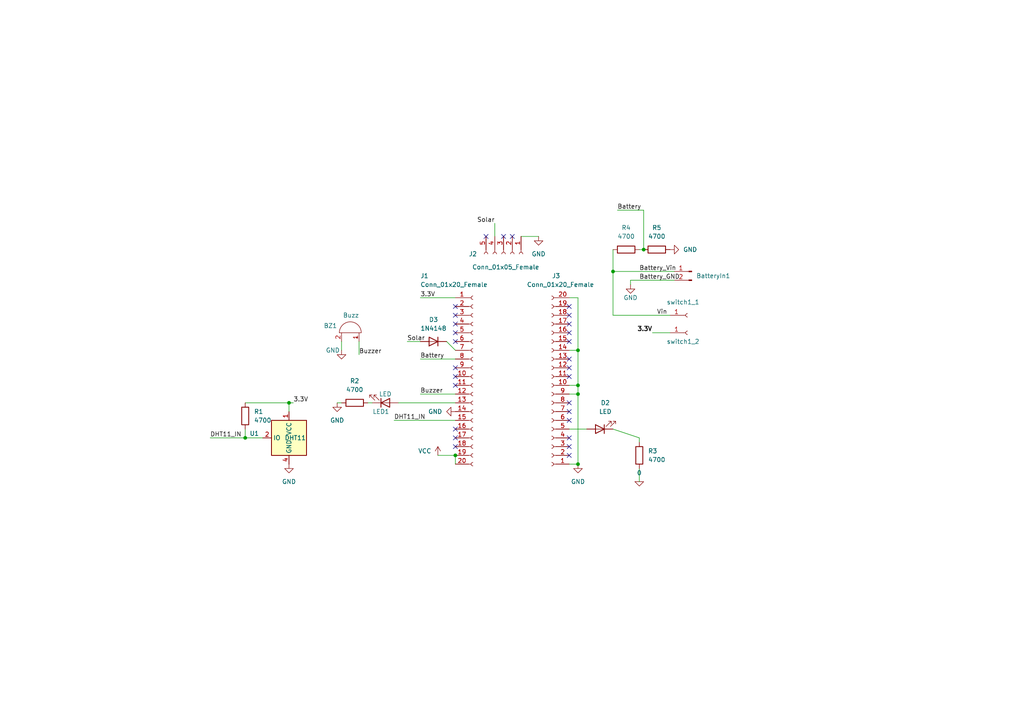
<source format=kicad_sch>
(kicad_sch (version 20211123) (generator eeschema)
  (paper "A4")
  (lib_symbols
    (symbol "Connector:Conn_01x01_Female" (pin_names (offset 1.016) hide)
      (property "Reference" "J" (at 0 2.54 0))
      (property "Value" "Conn_01x01_Female" (at 0 -2.54 0))
      (symbol "Conn_01x01_Female_1_1"
        (polyline (pts (xy -1.27 0) (xy -0.508 0)) (stroke (width 0.1524)))
        (arc (start 0 0.508) (mid -0.508 0) (end 0 -0.508) (stroke (width 0.1524)))
        (pin passive line (at -5.08 0 0) (length 3.81) (name "Pin_1") (number "1"))
      )
    )
    (symbol "Connector:Conn_01x02_Male" (pin_names (offset 1.016) hide)
      (property "Reference" "J" (at 0 2.54 0))
      (property "Value" "Conn_01x02_Male" (at 0 -5.08 0))
      (symbol "Conn_01x02_Male_1_1"
        (polyline (pts (xy 1.27 -2.54) (xy 0.8636 -2.54)) (stroke (width 0.1524)))
        (polyline (pts (xy 1.27 0) (xy 0.8636 0)) (stroke (width 0.1524)))
        (rectangle (start 0.8636 -2.413) (end 0 -2.667) (stroke (width 0.1524)) (fill (type outline)))
        (rectangle (start 0.8636 0.127) (end 0 -0.127) (stroke (width 0.1524)) (fill (type outline)))
        (pin passive line (at 5.08 0 180) (length 3.81) (name "Pin_1") (number "1"))
        (pin passive line (at 5.08 -2.54 180) (length 3.81) (name "Pin_2") (number "2"))
      )
    )
    (symbol "Connector:Conn_01x05_Female" (pin_names (offset 1.016) hide)
      (property "Reference" "J" (at 0 7.62 0))
      (property "Value" "Conn_01x05_Female" (at 0 -7.62 0))
      (symbol "Conn_01x05_Female_1_1"
        (arc (start 0 -4.572) (mid -0.508 -5.08) (end 0 -5.588) (stroke (width 0.1524)))
        (arc (start 0 -2.032) (mid -0.508 -2.54) (end 0 -3.048) (stroke (width 0.1524)))
        (polyline (pts (xy -1.27 -5.08) (xy -0.508 -5.08)) (stroke (width 0.1524)))
        (polyline (pts (xy -1.27 -2.54) (xy -0.508 -2.54)) (stroke (width 0.1524)))
        (polyline (pts (xy -1.27 0) (xy -0.508 0)) (stroke (width 0.1524)))
        (polyline (pts (xy -1.27 2.54) (xy -0.508 2.54)) (stroke (width 0.1524)))
        (polyline (pts (xy -1.27 5.08) (xy -0.508 5.08)) (stroke (width 0.1524)))
        (arc (start 0 0.508) (mid -0.508 0) (end 0 -0.508) (stroke (width 0.1524)))
        (arc (start 0 3.048) (mid -0.508 2.54) (end 0 2.032) (stroke (width 0.1524)))
        (arc (start 0 5.588) (mid -0.508 5.08) (end 0 4.572) (stroke (width 0.1524)))
        (pin passive line (at -5.08 5.08 0) (length 3.81) (name "Pin_1") (number "1"))
        (pin passive line (at -5.08 2.54 0) (length 3.81) (name "Pin_2") (number "2"))
        (pin passive line (at -5.08 0 0) (length 3.81) (name "Pin_3") (number "3"))
        (pin passive line (at -5.08 -2.54 0) (length 3.81) (name "Pin_4") (number "4"))
        (pin passive line (at -5.08 -5.08 0) (length 3.81) (name "Pin_5") (number "5"))
      )
    )
    (symbol "Connector:Conn_01x20_Female" (pin_names (offset 1.016) hide)
      (property "Reference" "J" (at 0 25.4 0))
      (property "Value" "Conn_01x20_Female" (at 0 -27.94 0))
      (symbol "Conn_01x20_Female_1_1"
        (arc (start 0 -24.892) (mid -0.508 -25.4) (end 0 -25.908) (stroke (width 0.1524)))
        (arc (start 0 -22.352) (mid -0.508 -22.86) (end 0 -23.368) (stroke (width 0.1524)))
        (arc (start 0 -19.812) (mid -0.508 -20.32) (end 0 -20.828) (stroke (width 0.1524)))
        (arc (start 0 -17.272) (mid -0.508 -17.78) (end 0 -18.288) (stroke (width 0.1524)))
        (arc (start 0 -14.732) (mid -0.508 -15.24) (end 0 -15.748) (stroke (width 0.1524)))
        (arc (start 0 -12.192) (mid -0.508 -12.7) (end 0 -13.208) (stroke (width 0.1524)))
        (arc (start 0 -9.652) (mid -0.508 -10.16) (end 0 -10.668) (stroke (width 0.1524)))
        (arc (start 0 -7.112) (mid -0.508 -7.62) (end 0 -8.128) (stroke (width 0.1524)))
        (arc (start 0 -4.572) (mid -0.508 -5.08) (end 0 -5.588) (stroke (width 0.1524)))
        (arc (start 0 -2.032) (mid -0.508 -2.54) (end 0 -3.048) (stroke (width 0.1524)))
        (polyline (pts (xy -1.27 -25.4) (xy -0.508 -25.4)) (stroke (width 0.1524)))
        (polyline (pts (xy -1.27 -22.86) (xy -0.508 -22.86)) (stroke (width 0.1524)))
        (polyline (pts (xy -1.27 -20.32) (xy -0.508 -20.32)) (stroke (width 0.1524)))
        (polyline (pts (xy -1.27 -17.78) (xy -0.508 -17.78)) (stroke (width 0.1524)))
        (polyline (pts (xy -1.27 -15.24) (xy -0.508 -15.24)) (stroke (width 0.1524)))
        (polyline (pts (xy -1.27 -12.7) (xy -0.508 -12.7)) (stroke (width 0.1524)))
        (polyline (pts (xy -1.27 -10.16) (xy -0.508 -10.16)) (stroke (width 0.1524)))
        (polyline (pts (xy -1.27 -7.62) (xy -0.508 -7.62)) (stroke (width 0.1524)))
        (polyline (pts (xy -1.27 -5.08) (xy -0.508 -5.08)) (stroke (width 0.1524)))
        (polyline (pts (xy -1.27 -2.54) (xy -0.508 -2.54)) (stroke (width 0.1524)))
        (polyline (pts (xy -1.27 0) (xy -0.508 0)) (stroke (width 0.1524)))
        (polyline (pts (xy -1.27 2.54) (xy -0.508 2.54)) (stroke (width 0.1524)))
        (polyline (pts (xy -1.27 5.08) (xy -0.508 5.08)) (stroke (width 0.1524)))
        (polyline (pts (xy -1.27 7.62) (xy -0.508 7.62)) (stroke (width 0.1524)))
        (polyline (pts (xy -1.27 10.16) (xy -0.508 10.16)) (stroke (width 0.1524)))
        (polyline (pts (xy -1.27 12.7) (xy -0.508 12.7)) (stroke (width 0.1524)))
        (polyline (pts (xy -1.27 15.24) (xy -0.508 15.24)) (stroke (width 0.1524)))
        (polyline (pts (xy -1.27 17.78) (xy -0.508 17.78)) (stroke (width 0.1524)))
        (polyline (pts (xy -1.27 20.32) (xy -0.508 20.32)) (stroke (width 0.1524)))
        (polyline (pts (xy -1.27 22.86) (xy -0.508 22.86)) (stroke (width 0.1524)))
        (arc (start 0 0.508) (mid -0.508 0) (end 0 -0.508) (stroke (width 0.1524)))
        (arc (start 0 3.048) (mid -0.508 2.54) (end 0 2.032) (stroke (width 0.1524)))
        (arc (start 0 5.588) (mid -0.508 5.08) (end 0 4.572) (stroke (width 0.1524)))
        (arc (start 0 8.128) (mid -0.508 7.62) (end 0 7.112) (stroke (width 0.1524)))
        (arc (start 0 10.668) (mid -0.508 10.16) (end 0 9.652) (stroke (width 0.1524)))
        (arc (start 0 13.208) (mid -0.508 12.7) (end 0 12.192) (stroke (width 0.1524)))
        (arc (start 0 15.748) (mid -0.508 15.24) (end 0 14.732) (stroke (width 0.1524)))
        (arc (start 0 18.288) (mid -0.508 17.78) (end 0 17.272) (stroke (width 0.1524)))
        (arc (start 0 20.828) (mid -0.508 20.32) (end 0 19.812) (stroke (width 0.1524)))
        (arc (start 0 23.368) (mid -0.508 22.86) (end 0 22.352) (stroke (width 0.1524)))
        (pin passive line (at -5.08 22.86 0) (length 3.81) (name "Pin_1") (number "1"))
        (pin passive line (at -5.08 0 0) (length 3.81) (name "Pin_10") (number "10"))
        (pin passive line (at -5.08 -2.54 0) (length 3.81) (name "Pin_11") (number "11"))
        (pin passive line (at -5.08 -5.08 0) (length 3.81) (name "Pin_12") (number "12"))
        (pin passive line (at -5.08 -7.62 0) (length 3.81) (name "Pin_13") (number "13"))
        (pin passive line (at -5.08 -10.16 0) (length 3.81) (name "Pin_14") (number "14"))
        (pin passive line (at -5.08 -12.7 0) (length 3.81) (name "Pin_15") (number "15"))
        (pin passive line (at -5.08 -15.24 0) (length 3.81) (name "Pin_16") (number "16"))
        (pin passive line (at -5.08 -17.78 0) (length 3.81) (name "Pin_17") (number "17"))
        (pin passive line (at -5.08 -20.32 0) (length 3.81) (name "Pin_18") (number "18"))
        (pin passive line (at -5.08 -22.86 0) (length 3.81) (name "Pin_19") (number "19"))
        (pin passive line (at -5.08 20.32 0) (length 3.81) (name "Pin_2") (number "2"))
        (pin passive line (at -5.08 -25.4 0) (length 3.81) (name "Pin_20") (number "20"))
        (pin passive line (at -5.08 17.78 0) (length 3.81) (name "Pin_3") (number "3"))
        (pin passive line (at -5.08 15.24 0) (length 3.81) (name "Pin_4") (number "4"))
        (pin passive line (at -5.08 12.7 0) (length 3.81) (name "Pin_5") (number "5"))
        (pin passive line (at -5.08 10.16 0) (length 3.81) (name "Pin_6") (number "6"))
        (pin passive line (at -5.08 7.62 0) (length 3.81) (name "Pin_7") (number "7"))
        (pin passive line (at -5.08 5.08 0) (length 3.81) (name "Pin_8") (number "8"))
        (pin passive line (at -5.08 2.54 0) (length 3.81) (name "Pin_9") (number "9"))
      )
    )
    (symbol "Device:Buzzer" (pin_names (offset 0.0254) hide)
      (property "Reference" "BZ" (at 3.81 1.27 0))
      (property "Value" "Buzzer" (at 3.81 -1.27 0))
      (symbol "Buzzer_0_1"
        (arc (start 0 -3.175) (mid 3.175 0) (end 0 3.175))
        (polyline (pts (xy -1.651 1.905) (xy -1.143 1.905)))
        (polyline (pts (xy -1.397 2.159) (xy -1.397 1.651)))
        (polyline (pts (xy 0 3.175) (xy 0 -3.175)))
      )
      (symbol "Buzzer_1_1"
        (pin passive line (at -2.54 2.54 0) (length 2.54) (name "-") (number "1"))
        (pin passive line (at -2.54 -2.54 0) (length 2.54) (name "+") (number "2"))
      )
    )
    (symbol "Device:LED" (pin_numbers hide) (pin_names (offset 1.016) hide)
      (property "Reference" "D" (at 0 2.54 0))
      (property "Value" "LED" (at 0 -2.54 0))
      (symbol "LED_0_1"
        (polyline (pts (xy -1.27 -1.27) (xy -1.27 1.27)) (stroke (width 0.254)))
        (polyline (pts (xy -1.27 0) (xy 1.27 0)))
        (polyline (pts (xy 1.27 -1.27) (xy 1.27 1.27) (xy -1.27 0) (xy 1.27 -1.27)) (stroke (width 0.254)))
        (polyline (pts (xy -3.048 -0.762) (xy -4.572 -2.286) (xy -3.81 -2.286) (xy -4.572 -2.286) (xy -4.572 -1.524)))
        (polyline (pts (xy -1.778 -0.762) (xy -3.302 -2.286) (xy -2.54 -2.286) (xy -3.302 -2.286) (xy -3.302 -1.524)))
      )
      (symbol "LED_1_1"
        (pin passive line (at -3.81 0 0) (length 2.54) (name "K") (number "1"))
        (pin passive line (at 3.81 0 180) (length 2.54) (name "A") (number "2"))
      )
    )
    (symbol "Device:R" (pin_numbers hide) (pin_names (offset 0))
      (property "Reference" "R" (at 2.032 0 90))
      (property "Value" "R" (at 0 0 90))
      (symbol "R_0_1"
        (rectangle (start -1.016 -2.54) (end 1.016 2.54) (stroke (width 0.254)))
      )
      (symbol "R_1_1"
        (pin passive line (at 0 3.81 270) (length 1.27) (name "~") (number "1"))
        (pin passive line (at 0 -3.81 90) (length 1.27) (name "~") (number "2"))
      )
    )
    (symbol "Diode:1N4148" (pin_numbers hide) (pin_names (offset 1.016) hide)
      (property "Reference" "D" (at 0 2.54 0))
      (property "Value" "1N4148" (at 0 -2.54 0))
      (symbol "1N4148_0_1"
        (polyline (pts (xy -1.27 1.27) (xy -1.27 -1.27)) (stroke (width 0.254)))
        (polyline (pts (xy 1.27 0) (xy -1.27 0)))
        (polyline (pts (xy 1.27 1.27) (xy 1.27 -1.27) (xy -1.27 0) (xy 1.27 1.27)) (stroke (width 0.254)))
      )
      (symbol "1N4148_1_1"
        (pin passive line (at -3.81 0 0) (length 2.54) (name "K") (number "1"))
        (pin passive line (at 3.81 0 180) (length 2.54) (name "A") (number "2"))
      )
    )
    (symbol "Sensor:DHT11"
      (property "Reference" "U" (at -3.81 6.35 0))
      (property "Value" "DHT11" (at 3.81 6.35 0))
      (symbol "DHT11_0_1"
        (rectangle (start -5.08 5.08) (end 5.08 -5.08) (stroke (width 0.254)) (fill (type background)))
      )
      (symbol "DHT11_1_1"
        (pin power_in line (at 0 7.62 270) (length 2.54) (name "VCC") (number "1"))
        (pin bidirectional line (at 7.62 0 180) (length 2.54) (name "IO") (number "2"))
        (pin no_connect line (at -5.08 0 0) (length 2.54) hide (name "NC") (number "3"))
        (pin power_in line (at 0 -7.62 90) (length 2.54) (name "GND") (number "4"))
      )
    )
    (symbol "power:GND" (power) (pin_names (offset 0))
      (property "Value" "GND" (at 0 -3.81 0))
      (symbol "GND_0_1"
        (polyline (pts (xy 0 0) (xy 0 -1.27) (xy 1.27 -1.27) (xy 0 -2.54) (xy -1.27 -1.27) (xy 0 -1.27)))
      )
      (symbol "GND_1_1"
        (pin power_in line (at 0 0 270) (length 0) hide (name "GND") (number "1"))
      )
    )
    (symbol "power:VCC" (power) (pin_names (offset 0))
      (property "Value" "VCC" (at 0 3.81 0))
      (symbol "VCC_0_1"
        (polyline (pts (xy -0.762 1.27) (xy 0 2.54)))
        (polyline (pts (xy 0 0) (xy 0 2.54)))
        (polyline (pts (xy 0 2.54) (xy 0.762 1.27)))
      )
      (symbol "VCC_1_1"
        (pin power_in line (at 0 0 90) (length 0) hide (name "VCC") (number "1"))
      )
    )
    (symbol "pspice:0" (power) (pin_names (offset 0))
      (property "Value" "0" (at 0 -1.778 0))
      (symbol "0_0_1"
        (polyline (pts (xy -1.27 0) (xy 0 -1.27) (xy 1.27 0) (xy -1.27 0)))
      )
      (symbol "0_1_1"
        (pin power_in line (at 0 0 0) (length 0) hide (name "0") (number "1"))
      )
    )
  )
  (junction (at 71.12 127))
  (junction (at 167.64 134.62))
  (junction (at 132.08 132.08))
  (junction (at 167.64 111.76))
  (junction (at 167.64 114.3))
  (junction (at 186.69 72.39))
  (junction (at 83.82 116.84))
  (junction (at 167.64 101.6))
  (junction (at 177.8 78.74))
  (no_connect (at 132.08 127))
  (no_connect (at 132.08 124.46))
  (no_connect (at 132.08 111.76))
  (no_connect (at 140.97 68.58))
  (no_connect (at 165.1 132.08))
  (no_connect (at 165.1 129.54))
  (no_connect (at 165.1 96.52))
  (no_connect (at 165.1 93.98))
  (no_connect (at 165.1 91.44))
  (no_connect (at 165.1 88.9))
  (no_connect (at 165.1 106.68))
  (no_connect (at 165.1 104.14))
  (no_connect (at 165.1 99.06))
  (no_connect (at 132.08 88.9))
  (no_connect (at 165.1 121.92))
  (no_connect (at 165.1 119.38))
  (no_connect (at 165.1 116.84))
  (no_connect (at 165.1 127))
  (no_connect (at 165.1 109.22))
  (no_connect (at 132.08 129.54))
  (no_connect (at 132.08 99.06))
  (no_connect (at 132.08 96.52))
  (no_connect (at 132.08 93.98))
  (no_connect (at 132.08 91.44))
  (no_connect (at 132.08 109.22))
  (no_connect (at 132.08 106.68))
  (no_connect (at 148.59 68.58))
  (no_connect (at 146.05 68.58))
  (wire (pts (xy 97.79 116.84) (xy 99.06 116.84)))
  (wire (pts (xy 121.92 114.3) (xy 132.08 114.3)))
  (wire (pts (xy 60.96 127) (xy 71.12 127)))
  (wire (pts (xy 115.57 116.84) (xy 132.08 116.84)))
  (wire (pts (xy 132.08 132.08) (xy 132.08 134.62)))
  (wire (pts (xy 177.8 78.74) (xy 177.8 91.44)))
  (wire (pts (xy 167.64 101.6) (xy 167.64 111.76)))
  (wire (pts (xy 177.8 91.44) (xy 194.31 91.44)))
  (wire (pts (xy 165.1 134.62) (xy 167.64 134.62)))
  (wire (pts (xy 186.69 60.96) (xy 186.69 72.39)))
  (wire (pts (xy 71.12 124.46) (xy 71.12 127)))
  (wire (pts (xy 99.06 99.06) (xy 99.06 101.6)))
  (wire (pts (xy 177.8 78.74) (xy 195.58 78.74)))
  (wire (pts (xy 71.12 127) (xy 76.2 127)))
  (wire (pts (xy 167.64 114.3) (xy 167.64 134.62)))
  (wire (pts (xy 185.42 72.39) (xy 186.69 72.39)))
  (wire (pts (xy 165.1 124.46) (xy 170.18 124.46)))
  (wire (pts (xy 143.51 64.77) (xy 143.51 68.58)))
  (wire (pts (xy 151.13 68.58) (xy 156.21 68.58)))
  (wire (pts (xy 127 132.08) (xy 132.08 132.08)))
  (wire (pts (xy 165.1 101.6) (xy 167.64 101.6)))
  (wire (pts (xy 185.42 127) (xy 185.42 128.27)))
  (wire (pts (xy 165.1 114.3) (xy 167.64 114.3)))
  (wire (pts (xy 185.42 135.89) (xy 185.42 139.7)))
  (wire (pts (xy 121.92 104.14) (xy 132.08 104.14)))
  (wire (pts (xy 165.1 86.36) (xy 167.64 86.36)))
  (wire (pts (xy 114.3 121.92) (xy 132.08 121.92)))
  (wire (pts (xy 165.1 111.76) (xy 167.64 111.76)))
  (wire (pts (xy 167.64 111.76) (xy 167.64 114.3)))
  (wire (pts (xy 121.92 86.36) (xy 132.08 86.36)))
  (wire (pts (xy 118.11 99.06) (xy 121.92 99.06)))
  (wire (pts (xy 83.82 116.84) (xy 85.09 116.84)))
  (wire (pts (xy 177.8 124.46) (xy 185.42 127)))
  (wire (pts (xy 71.12 116.84) (xy 83.82 116.84)))
  (wire (pts (xy 104.14 102.87) (xy 104.14 99.06)))
  (wire (pts (xy 129.54 99.06) (xy 132.08 101.6)))
  (wire (pts (xy 182.88 81.28) (xy 195.58 81.28)))
  (wire (pts (xy 83.82 116.84) (xy 83.82 119.38)))
  (wire (pts (xy 194.31 96.52) (xy 189.23 96.52)))
  (wire (pts (xy 179.07 60.96) (xy 186.69 60.96)))
  (wire (pts (xy 182.88 81.28) (xy 182.88 82.55)))
  (wire (pts (xy 177.8 78.74) (xy 177.8 72.39)))
  (wire (pts (xy 106.68 116.84) (xy 107.95 116.84)))
  (wire (pts (xy 167.64 86.36) (xy 167.64 101.6)))
  (label "Solar" (at 118.11 99.06 0))
  (label "Vin" (at 190.5 91.44 0))
  (label "Battery" (at 179.07 60.96 0))
  (label "Battery_GND" (at 185.42 81.28 0))
  (label "3.3V" (at 189.23 96.52 180) (effects (font bold)))
  (label "3.3V" (at 121.92 86.36 0))
  (label "DHT11_IN" (at 60.96 127 0))
  (label "Battery_Vin" (at 185.42 78.74 0))
  (label "Buzzer" (at 104.14 102.87 0))
  (label "Battery" (at 121.92 104.14 0))
  (label "3.3V" (at 85.09 116.84 0))
  (label "Solar" (at 143.51 64.77 180))
  (label "DHT11_IN" (at 114.3 121.92 0))
  (label "Buzzer" (at 121.92 114.3 0))
  (symbol (lib_id "Device:LED") (at 111.76 116.84 0) (mirror x) (unit 1)
    (property "Reference" "LED1" (at 110.49 119.38 0))
    (property "Value" "LED" (at 111.76 114.3 0))
    (property "Footprint" "LED_THT:LED_D3.0mm" (effects hide))
  )
  (symbol (lib_id "power:GND") (at 182.88 82.55 0) (unit 1)
    (property "Reference" "#PWR0108" (effects hide))
    (property "Value" "GND" (at 182.88 86.36 0))
  )
  (symbol (lib_id "power:VCC") (at 127 132.08 0) (unit 1)
    (property "Reference" "#PWR0101" (effects hide))
    (property "Value" "VCC" (at 123.19 130.81 0))
  )
  (symbol (lib_id "power:GND") (at 97.79 116.84 0) (unit 1)
    (property "Reference" "#PWR0102" (effects hide))
    (property "Value" "GND" (at 97.79 121.92 0))
  )
  (symbol (lib_id "Connector:Conn_01x20_Female") (at 160.02 111.76 180) (unit 1)
    (property "Reference" "J3" (at 161.29 80.01 0))
    (property "Value" "Conn_01x20_Female" (at 162.56 82.55 0))
    (property "Footprint" "Connector_PinSocket_2.54mm:PinSocket_1x20_P2.54mm_Vertical" (effects hide))
  )
  (symbol (lib_id "Connector:Conn_01x01_Female") (at 199.39 96.52 0) (unit 1)
    (property "Reference" "switch1_2" (at 198.12 99.06 0))
    (property "Value" "Conn_01x01_Female" (effects hide))
    (property "Footprint" "Connector_PinSocket_2.54mm:PinSocket_1x01_P2.54mm_Vertical" (effects hide))
  )
  (symbol (lib_id "Device:R") (at 181.61 72.39 90) (unit 1)
    (property "Reference" "R4" (at 181.61 66.04 90))
    (property "Value" "4700" (at 181.61 68.58 90))
    (property "Footprint" "Resistor_THT:R_Axial_DIN0207_L6.3mm_D2.5mm_P7.62mm_Horizontal" (effects hide))
  )
  (symbol (lib_id "Connector:Conn_01x20_Female") (at 137.16 109.22 0) (unit 1)
    (property "Reference" "J1" (at 121.92 80.01 0) (effects (justify left)))
    (property "Value" "Conn_01x20_Female" (at 121.92 82.55 0) (effects (justify left)))
    (property "Footprint" "Connector_PinSocket_2.54mm:PinSocket_1x20_P2.54mm_Vertical" (effects hide))
  )
  (symbol (lib_id "power:GND") (at 99.06 101.6 0) (unit 1)
    (property "Reference" "#PWR0106" (effects hide))
    (property "Value" "GND" (at 96.52 101.6 0))
  )
  (symbol (lib_id "power:GND") (at 83.82 134.62 0) (unit 1)
    (property "Reference" "#PWR0107" (effects hide))
    (property "Value" "GND" (at 83.82 139.7 0))
  )
  (symbol (lib_id "power:GND") (at 194.31 72.39 90) (unit 1)
    (property "Reference" "#PWR0109" (effects hide))
    (property "Value" "GND" (at 198.12 72.3899 90) (effects (justify right)))
  )
  (symbol (lib_id "Device:Buzzer") (at 101.6 96.52 270) (mirror x) (unit 1)
    (property "Reference" "BZ1" (at 97.79 94.4879 90) (effects (justify right)))
    (property "Value" "Buzz" (at 104.14 91.44 90) (effects (justify right)))
    (property "Footprint" "Buzzer_Beeper:Buzzer_12x9.5RM7.6" (effects hide))
  )
  (symbol (lib_id "power:GND") (at 132.08 119.38 270) (unit 1)
    (property "Reference" "#PWR0110" (effects hide))
    (property "Value" "GND" (at 128.27 119.38 90) (effects (justify right)))
  )
  (symbol (lib_id "Connector:Conn_01x02_Male") (at 200.66 78.74 0) (mirror y) (unit 1)
    (property "Reference" "BatteryIn1" (at 201.93 80.0099 0) (effects (justify right)))
    (property "Value" "Conn_01x02_Male" (effects hide))
    (property "Footprint" "Connector_PinHeader_2.54mm:PinHeader_1x02_P2.54mm_Vertical" (effects hide))
  )
  (symbol (lib_id "Device:R") (at 190.5 72.39 90) (unit 1)
    (property "Reference" "R5" (at 190.5 66.04 90))
    (property "Value" "4700" (at 190.5 68.58 90))
    (property "Footprint" "Resistor_THT:R_Axial_DIN0207_L6.3mm_D2.5mm_P7.62mm_Horizontal" (effects hide))
  )
  (symbol (lib_id "Connector:Conn_01x01_Female") (at 199.39 91.44 0) (unit 1)
    (property "Reference" "switch1_1" (at 198.12 87.63 0))
    (property "Value" "Conn_01x01_Female" (effects hide))
    (property "Footprint" "Connector_PinSocket_2.54mm:PinSocket_1x01_P2.54mm_Vertical" (effects hide))
  )
  (symbol (lib_id "Diode:1N4148") (at 125.73 99.06 180) (unit 1)
    (property "Reference" "D3" (at 125.73 92.71 0))
    (property "Value" "1N4148" (at 125.73 95.25 0))
    (property "Footprint" "Diode_THT:D_DO-35_SOD27_P7.62mm_Horizontal" (effects hide))
    (property "Datasheet" "https://assets.nexperia.com/documents/data-sheet/1N4148_1N4448.pdf" (effects hide))
  )
  (symbol (lib_id "power:GND") (at 167.64 134.62 0) (unit 1)
    (property "Reference" "#PWR0104" (effects hide))
    (property "Value" "GND" (at 167.64 139.7 0))
  )
  (symbol (lib_id "Sensor:DHT11") (at 83.82 127 0) (mirror y) (unit 1)
    (property "Reference" "U1" (at 72.39 125.7299 0) (effects (justify right)))
    (property "Value" "DHT11" (at 82.55 127 0) (effects (justify right)))
    (property "Footprint" "Sensor:Aosong_DHT11_5.5x12.0_P2.54mm" (effects hide))
    (property "Datasheet" "http://akizukidenshi.com/download/ds/aosong/DHT11.pdf" (effects hide))
  )
  (symbol (lib_id "Device:R") (at 71.12 120.65 0) (unit 1)
    (property "Reference" "R1" (at 73.66 119.3799 0) (effects (justify left)))
    (property "Value" "4700" (at 73.66 121.9199 0) (effects (justify left)))
    (property "Footprint" "Resistor_THT:R_Axial_DIN0207_L6.3mm_D2.5mm_P7.62mm_Horizontal" (effects hide))
  )
  (symbol (lib_id "Connector:Conn_01x05_Female") (at 146.05 73.66 270) (unit 1)
    (property "Reference" "J2" (at 137.16 73.66 90))
    (property "Value" "Conn_01x05_Female" (at 146.685 77.47 90))
    (property "Footprint" "Connector_PinSocket_2.54mm:PinSocket_1x05_P2.54mm_Vertical" (effects hide))
  )
  (symbol (lib_id "Device:LED") (at 173.99 124.46 180) (unit 1)
    (property "Reference" "D2" (at 175.5775 116.84 0))
    (property "Value" "LED" (at 175.5775 119.38 0))
    (property "Footprint" "LED_THT:LED_D3.0mm" (effects hide))
  )
  (symbol (lib_id "Device:R") (at 185.42 132.08 0) (unit 1)
    (property "Reference" "R3" (at 187.96 130.8099 0) (effects (justify left)))
    (property "Value" "4700" (at 187.96 133.3499 0) (effects (justify left)))
    (property "Footprint" "Resistor_THT:R_Axial_DIN0207_L6.3mm_D2.5mm_P7.62mm_Horizontal" (effects hide))
  )
  (symbol (lib_id "pspice:0") (at 185.42 139.7 0) (unit 1)
    (property "Reference" "#GND0101" (effects hide))
    (property "Value" "0" (at 185.42 137.16 0))
  )
  (symbol (lib_id "power:GND") (at 156.21 68.58 0) (unit 1)
    (property "Reference" "#PWR0103" (effects hide))
    (property "Value" "GND" (at 156.21 73.66 0))
  )
  (symbol (lib_id "Device:R") (at 102.87 116.84 90) (unit 1)
    (property "Reference" "R2" (at 102.87 110.49 90))
    (property "Value" "4700" (at 102.87 113.03 90))
    (property "Footprint" "Resistor_THT:R_Axial_DIN0207_L6.3mm_D2.5mm_P7.62mm_Horizontal" (effects hide))
  )
)
</source>
